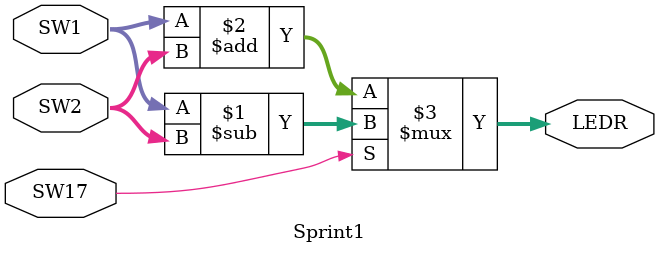
<source format=v>
module Sprint1(input [3:0]SW1,input [7:4]SW2,input SW17,output [3:0]LEDR);
  assign LEDR = SW17?SW1-SW2:SW1+SW2;
endmodule
</source>
